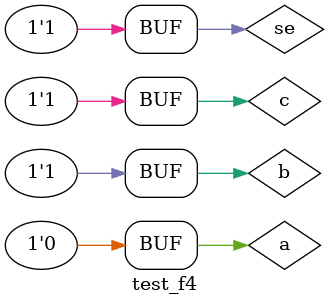
<source format=v>
module f4 (output s, input a, input b, input c, input se);  
assign s = (b & ~c & se) | (b & c & ~se) | (a & ~c & ~se) | (a & c & se);
endmodule // f4 
module test_f4; 
// ------------------------- definir dados 
reg a; 
reg b;
reg c;
reg se;
wire s; 
f4 modulo1 (s, a, b, c, se); 
// ------------------------- parte principal 
initial begin 
$display("Marcio Santana Correa - 345368"); 
$display("Test LU's module"); 
a = 1; b = 0; c = 0; se = 0;
// projetar testes do modulo 
$display("S1 S2 C SE S");
$monitor("%b  %b  %b  %b  %b",a, b, c, se, s);
#1 a = 0; b = 1; c = 1; se = 0;
#1 a = 1; b = 0; c = 0; se = 1;
#1 a = 0; b = 1; c = 1; se = 1;
end 
endmodule // test_f4 
</source>
